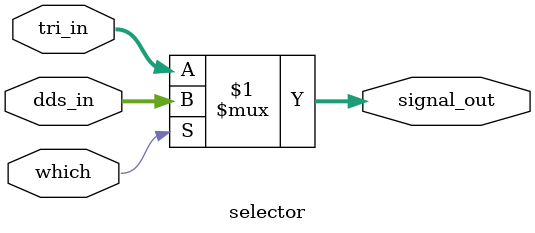
<source format=v>
module selector #(
    parameter WIDTH = 14
)(
    input wire[WIDTH-1:0] dds_in,
    input wire[WIDTH-1:0] tri_in,
    input wire which,
    output wire[WIDTH-1:0] signal_out
    );
    assign  signal_out = which ? dds_in:tri_in;
endmodule

</source>
